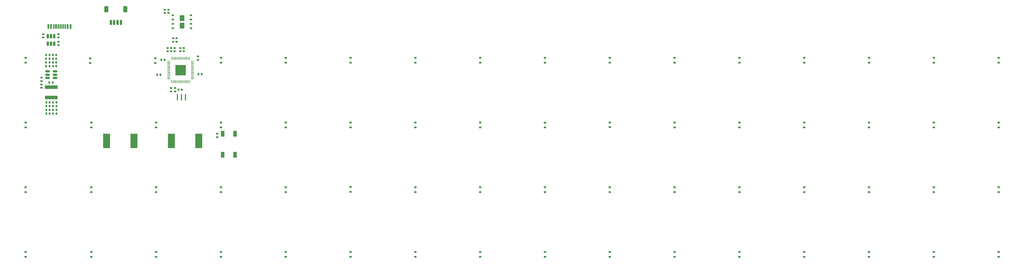
<source format=gbr>
%TF.GenerationSoftware,KiCad,Pcbnew,7.0.2*%
%TF.CreationDate,2023-09-13T20:03:04-04:00*%
%TF.ProjectId,QuicksilverStorm,51756963-6b73-4696-9c76-657253746f72,Mark 2 Rev F*%
%TF.SameCoordinates,Original*%
%TF.FileFunction,Paste,Bot*%
%TF.FilePolarity,Positive*%
%FSLAX46Y46*%
G04 Gerber Fmt 4.6, Leading zero omitted, Abs format (unit mm)*
G04 Created by KiCad (PCBNEW 7.0.2) date 2023-09-13 20:03:04*
%MOMM*%
%LPD*%
G01*
G04 APERTURE LIST*
G04 Aperture macros list*
%AMRoundRect*
0 Rectangle with rounded corners*
0 $1 Rounding radius*
0 $2 $3 $4 $5 $6 $7 $8 $9 X,Y pos of 4 corners*
0 Add a 4 corners polygon primitive as box body*
4,1,4,$2,$3,$4,$5,$6,$7,$8,$9,$2,$3,0*
0 Add four circle primitives for the rounded corners*
1,1,$1+$1,$2,$3*
1,1,$1+$1,$4,$5*
1,1,$1+$1,$6,$7*
1,1,$1+$1,$8,$9*
0 Add four rect primitives between the rounded corners*
20,1,$1+$1,$2,$3,$4,$5,0*
20,1,$1+$1,$4,$5,$6,$7,0*
20,1,$1+$1,$6,$7,$8,$9,0*
20,1,$1+$1,$8,$9,$2,$3,0*%
G04 Aperture macros list end*
%ADD10RoundRect,0.147500X0.172500X-0.147500X0.172500X0.147500X-0.172500X0.147500X-0.172500X-0.147500X0*%
%ADD11RoundRect,0.147500X-0.172500X0.147500X-0.172500X-0.147500X0.172500X-0.147500X0.172500X0.147500X0*%
%ADD12RoundRect,0.147500X-0.147500X-0.172500X0.147500X-0.172500X0.147500X0.172500X-0.147500X0.172500X0*%
%ADD13RoundRect,0.250000X0.292217X0.292217X-0.292217X0.292217X-0.292217X-0.292217X0.292217X-0.292217X0*%
%ADD14RoundRect,0.050000X0.387500X0.050000X-0.387500X0.050000X-0.387500X-0.050000X0.387500X-0.050000X0*%
%ADD15RoundRect,0.050000X0.050000X0.387500X-0.050000X0.387500X-0.050000X-0.387500X0.050000X-0.387500X0*%
%ADD16R,3.050000X3.050000*%
%ADD17R,0.700000X0.600000*%
%ADD18RoundRect,0.147500X0.147500X0.172500X-0.147500X0.172500X-0.147500X-0.172500X0.147500X-0.172500X0*%
%ADD19R,0.600000X1.450000*%
%ADD20R,0.300000X1.450000*%
%ADD21R,2.000000X4.200000*%
%ADD22RoundRect,0.150000X-0.150000X-0.625000X0.150000X-0.625000X0.150000X0.625000X-0.150000X0.625000X0*%
%ADD23RoundRect,0.250000X-0.350000X-0.650000X0.350000X-0.650000X0.350000X0.650000X-0.350000X0.650000X0*%
%ADD24RoundRect,0.250000X0.435000X0.615000X-0.435000X0.615000X-0.435000X-0.615000X0.435000X-0.615000X0*%
%ADD25RoundRect,0.125000X0.250000X0.125000X-0.250000X0.125000X-0.250000X-0.125000X0.250000X-0.125000X0*%
%ADD26R,3.700000X1.100000*%
%ADD27R,0.400000X1.900000*%
%ADD28RoundRect,0.150000X-0.512500X-0.150000X0.512500X-0.150000X0.512500X0.150000X-0.512500X0.150000X0*%
%ADD29RoundRect,0.150000X0.150000X-0.512500X0.150000X0.512500X-0.150000X0.512500X-0.150000X-0.512500X0*%
%ADD30R,1.100000X1.800000*%
G04 APERTURE END LIST*
D10*
%TO.C,C1*%
X83693000Y-84940000D03*
X83693000Y-83970000D03*
%TD*%
D11*
%TO.C,C2*%
X84836000Y-95781000D03*
X84836000Y-96751000D03*
%TD*%
D12*
%TO.C,C3*%
X91733750Y-91712500D03*
X92703750Y-91712500D03*
%TD*%
D10*
%TO.C,C6*%
X91568750Y-87472500D03*
X91568750Y-86502500D03*
%TD*%
%TO.C,C8*%
X86368750Y-84937500D03*
X86368750Y-83967500D03*
%TD*%
D13*
%TO.C,U0*%
X87124500Y-91125000D03*
X87124500Y-89850000D03*
X85849500Y-91125000D03*
X85849500Y-89850000D03*
D14*
X89924500Y-87887500D03*
X89924500Y-88287500D03*
X89924500Y-88687500D03*
X89924500Y-89087500D03*
X89924500Y-89487500D03*
X89924500Y-89887500D03*
X89924500Y-90287500D03*
X89924500Y-90687500D03*
X89924500Y-91087500D03*
X89924500Y-91487500D03*
X89924500Y-91887500D03*
X89924500Y-92287500D03*
X89924500Y-92687500D03*
X89924500Y-93087500D03*
D15*
X89087000Y-93925000D03*
X88687000Y-93925000D03*
X88287000Y-93925000D03*
X87887000Y-93925000D03*
X87487000Y-93925000D03*
X87087000Y-93925000D03*
X86687000Y-93925000D03*
X86287000Y-93925000D03*
X85887000Y-93925000D03*
X85487000Y-93925000D03*
X85087000Y-93925000D03*
X84687000Y-93925000D03*
X84287000Y-93925000D03*
X83887000Y-93925000D03*
D14*
X83049500Y-93087500D03*
X83049500Y-92687500D03*
X83049500Y-92287500D03*
X83049500Y-91887500D03*
X83049500Y-91487500D03*
X83049500Y-91087500D03*
X83049500Y-90687500D03*
X83049500Y-90287500D03*
X83049500Y-89887500D03*
X83049500Y-89487500D03*
X83049500Y-89087500D03*
X83049500Y-88687500D03*
X83049500Y-88287500D03*
X83049500Y-87887500D03*
D15*
X83887000Y-87050000D03*
X84287000Y-87050000D03*
X84687000Y-87050000D03*
X85087000Y-87050000D03*
X85487000Y-87050000D03*
X85887000Y-87050000D03*
X86287000Y-87050000D03*
X86687000Y-87050000D03*
X87087000Y-87050000D03*
X87487000Y-87050000D03*
X87887000Y-87050000D03*
X88287000Y-87050000D03*
X88687000Y-87050000D03*
X89087000Y-87050000D03*
D16*
X86487000Y-90487500D03*
%TD*%
D10*
%TO.C,C7*%
X82677000Y-84940000D03*
X82677000Y-83970000D03*
%TD*%
D17*
%TO.C,D1*%
X40918750Y-88287500D03*
X40918750Y-86887500D03*
%TD*%
%TO.C,D2*%
X59918750Y-88437500D03*
X59918750Y-87037500D03*
%TD*%
%TO.C,D3*%
X79068750Y-88387500D03*
X79068750Y-86987500D03*
%TD*%
%TO.C,D4*%
X98318750Y-88287500D03*
X98318750Y-86887500D03*
%TD*%
%TO.C,D5*%
X117368750Y-88287500D03*
X117368750Y-86887500D03*
%TD*%
%TO.C,D6*%
X136418750Y-88287500D03*
X136418750Y-86887500D03*
%TD*%
%TO.C,D7*%
X155468750Y-88287500D03*
X155468750Y-86887500D03*
%TD*%
%TO.C,D8*%
X174518750Y-88287500D03*
X174518750Y-86887500D03*
%TD*%
%TO.C,D9*%
X193568750Y-88287500D03*
X193568750Y-86887500D03*
%TD*%
%TO.C,D10*%
X212618750Y-88287500D03*
X212618750Y-86887500D03*
%TD*%
%TO.C,D11*%
X231668750Y-88287500D03*
X231668750Y-86887500D03*
%TD*%
%TO.C,D12*%
X250718750Y-88287500D03*
X250718750Y-86887500D03*
%TD*%
%TO.C,D13*%
X269768750Y-88287500D03*
X269768750Y-86887500D03*
%TD*%
%TO.C,D14*%
X288818750Y-88287500D03*
X288818750Y-86887500D03*
%TD*%
%TO.C,D15*%
X307868750Y-88287500D03*
X307868750Y-86887500D03*
%TD*%
%TO.C,D16*%
X326918750Y-88287500D03*
X326918750Y-86887500D03*
%TD*%
%TO.C,D17*%
X40918750Y-107337500D03*
X40918750Y-105937500D03*
%TD*%
%TO.C,D18*%
X60218750Y-107337500D03*
X60218750Y-105937500D03*
%TD*%
%TO.C,D19*%
X79268750Y-107337500D03*
X79268750Y-105937500D03*
%TD*%
%TO.C,D20*%
X98318750Y-107337500D03*
X98318750Y-105937500D03*
%TD*%
%TO.C,D21*%
X117368750Y-107337500D03*
X117368750Y-105937500D03*
%TD*%
%TO.C,D22*%
X136418750Y-107337500D03*
X136418750Y-105937500D03*
%TD*%
%TO.C,D23*%
X155468750Y-107337500D03*
X155468750Y-105937500D03*
%TD*%
%TO.C,D24*%
X174518750Y-107337500D03*
X174518750Y-105937500D03*
%TD*%
%TO.C,D25*%
X193568750Y-107400000D03*
X193568750Y-106000000D03*
%TD*%
%TO.C,D26*%
X212618750Y-107325000D03*
X212618750Y-105925000D03*
%TD*%
%TO.C,D27*%
X231668750Y-107337500D03*
X231668750Y-105937500D03*
%TD*%
%TO.C,D28*%
X250718750Y-107337500D03*
X250718750Y-105937500D03*
%TD*%
%TO.C,D29*%
X269768750Y-107337500D03*
X269768750Y-105937500D03*
%TD*%
%TO.C,D30*%
X288818750Y-107337500D03*
X288818750Y-105937500D03*
%TD*%
%TO.C,D31*%
X307868750Y-107337500D03*
X307868750Y-105937500D03*
%TD*%
%TO.C,D32*%
X326918750Y-107337500D03*
X326918750Y-105937500D03*
%TD*%
%TO.C,D33*%
X40918750Y-126387500D03*
X40918750Y-124987500D03*
%TD*%
%TO.C,D34*%
X60218750Y-126387500D03*
X60218750Y-124987500D03*
%TD*%
%TO.C,D35*%
X79268750Y-126387500D03*
X79268750Y-124987500D03*
%TD*%
%TO.C,D36*%
X98318750Y-126387500D03*
X98318750Y-124987500D03*
%TD*%
%TO.C,D37*%
X117368750Y-126387500D03*
X117368750Y-124987500D03*
%TD*%
%TO.C,D38*%
X136418750Y-126337500D03*
X136418750Y-124937500D03*
%TD*%
%TO.C,D39*%
X155468750Y-126387500D03*
X155468750Y-124987500D03*
%TD*%
%TO.C,D40*%
X174518750Y-126387500D03*
X174518750Y-124987500D03*
%TD*%
%TO.C,D41*%
X193568750Y-126387500D03*
X193568750Y-124987500D03*
%TD*%
%TO.C,D42*%
X212618750Y-126387500D03*
X212618750Y-124987500D03*
%TD*%
%TO.C,D43*%
X231668750Y-126387500D03*
X231668750Y-124987500D03*
%TD*%
%TO.C,D44*%
X250718750Y-126387500D03*
X250718750Y-124987500D03*
%TD*%
%TO.C,D45*%
X269768750Y-126387500D03*
X269768750Y-124987500D03*
%TD*%
%TO.C,D46*%
X288818750Y-126387500D03*
X288818750Y-124987500D03*
%TD*%
%TO.C,D47*%
X307868750Y-126387500D03*
X307868750Y-124987500D03*
%TD*%
%TO.C,D48*%
X326918750Y-126387500D03*
X326918750Y-124987500D03*
%TD*%
%TO.C,D49*%
X40918750Y-145437500D03*
X40918750Y-144037500D03*
%TD*%
%TO.C,D50*%
X60218750Y-145437500D03*
X60218750Y-144037500D03*
%TD*%
%TO.C,D51*%
X79268750Y-145437500D03*
X79268750Y-144037500D03*
%TD*%
%TO.C,D52*%
X98318750Y-145437500D03*
X98318750Y-144037500D03*
%TD*%
%TO.C,D53*%
X117368750Y-145437500D03*
X117368750Y-144037500D03*
%TD*%
%TO.C,D54*%
X136418750Y-145437500D03*
X136418750Y-144037500D03*
%TD*%
%TO.C,D55*%
X155468750Y-145437500D03*
X155468750Y-144037500D03*
%TD*%
%TO.C,D56*%
X174518750Y-145437500D03*
X174518750Y-144037500D03*
%TD*%
%TO.C,D57*%
X193568750Y-145437500D03*
X193568750Y-144037500D03*
%TD*%
%TO.C,D58*%
X212618750Y-145437500D03*
X212618750Y-144037500D03*
%TD*%
%TO.C,D59*%
X231668750Y-145437500D03*
X231668750Y-144037500D03*
%TD*%
%TO.C,D60*%
X250718750Y-145437500D03*
X250718750Y-144037500D03*
%TD*%
%TO.C,D61*%
X269768750Y-145437500D03*
X269768750Y-144037500D03*
%TD*%
%TO.C,D62*%
X288818750Y-145437500D03*
X288818750Y-144037500D03*
%TD*%
%TO.C,D63*%
X307868750Y-145437500D03*
X307868750Y-144037500D03*
%TD*%
%TO.C,D64*%
X326918750Y-145437500D03*
X326918750Y-144037500D03*
%TD*%
D10*
%TO.C,RC2*%
X50618750Y-80892500D03*
X50618750Y-79922500D03*
%TD*%
D11*
%TO.C,RC1*%
X46118750Y-79902500D03*
X46118750Y-80872500D03*
%TD*%
%TO.C,RD1*%
X85268750Y-81152500D03*
X85268750Y-82122500D03*
%TD*%
D10*
%TO.C,F0*%
X50618750Y-83122500D03*
X50618750Y-82152500D03*
%TD*%
D18*
%TO.C,C4*%
X80588750Y-91837500D03*
X79618750Y-91837500D03*
%TD*%
D19*
%TO.C,J0*%
X47618750Y-77682500D03*
X48418750Y-77682500D03*
D20*
X49618750Y-77682500D03*
X50618750Y-77682500D03*
X51118750Y-77682500D03*
X52118750Y-77682500D03*
D19*
X53318750Y-77682500D03*
X54118750Y-77682500D03*
X54118750Y-77682500D03*
X53318750Y-77682500D03*
D20*
X52618750Y-77682500D03*
X51618750Y-77682500D03*
X50118750Y-77682500D03*
X49118750Y-77682500D03*
D19*
X48418750Y-77682500D03*
X47618750Y-77682500D03*
%TD*%
D18*
%TO.C,C5*%
X81753750Y-87503000D03*
X80783750Y-87503000D03*
%TD*%
D21*
%TO.C,TX0*%
X72768750Y-111337500D03*
X64768750Y-111337500D03*
%TD*%
%TO.C,TX1*%
X83818750Y-111337500D03*
X91818750Y-111337500D03*
%TD*%
D12*
%TO.C,CP5*%
X46968750Y-86037500D03*
X47938750Y-86037500D03*
%TD*%
D10*
%TO.C,CF1*%
X82926750Y-73702000D03*
X82926750Y-72732000D03*
%TD*%
D22*
%TO.C,J1*%
X65968750Y-76437500D03*
X66968750Y-76437500D03*
X67968750Y-76437500D03*
X68968750Y-76437500D03*
D23*
X64668750Y-72562500D03*
X70268750Y-72562500D03*
%TD*%
D12*
%TO.C,CP8*%
X48998750Y-100037500D03*
X49968750Y-100037500D03*
%TD*%
D18*
%TO.C,CP10*%
X49938750Y-87137500D03*
X48968750Y-87137500D03*
%TD*%
D11*
%TO.C,C10*%
X83693000Y-95781000D03*
X83693000Y-96751000D03*
%TD*%
D10*
%TO.C,C11*%
X84709000Y-84940000D03*
X84709000Y-83970000D03*
%TD*%
D24*
%TO.C,U3*%
X86868750Y-77366900D03*
X86868750Y-75216900D03*
D25*
X89568750Y-74386900D03*
X89568750Y-75656900D03*
X89568750Y-76926900D03*
X89568750Y-78196900D03*
X84168750Y-78196900D03*
X84168750Y-76926900D03*
X84168750Y-75656900D03*
X84168750Y-74386900D03*
%TD*%
D26*
%TO.C,LP1*%
X48468750Y-95537500D03*
X48468750Y-98537500D03*
%TD*%
D18*
%TO.C,CP13*%
X49938750Y-89337500D03*
X48968750Y-89337500D03*
%TD*%
%TO.C,CP17*%
X47968750Y-101137500D03*
X46998750Y-101137500D03*
%TD*%
D27*
%TO.C,Y0*%
X87968000Y-98479000D03*
X86768000Y-98479000D03*
X85568000Y-98479000D03*
%TD*%
D28*
%TO.C,U1*%
X47331250Y-92787500D03*
X47331250Y-91837500D03*
X47331250Y-90887500D03*
X49606250Y-90887500D03*
X49606250Y-91837500D03*
X49606250Y-92787500D03*
%TD*%
D18*
%TO.C,CP9*%
X47968750Y-103337500D03*
X46998750Y-103337500D03*
%TD*%
D10*
%TO.C,RP2*%
X45568750Y-93722500D03*
X45568750Y-92752500D03*
%TD*%
D12*
%TO.C,CP1*%
X47883750Y-94137500D03*
X48853750Y-94137500D03*
%TD*%
D10*
%TO.C,RR1*%
X97214650Y-110225100D03*
X97214650Y-109255100D03*
%TD*%
D12*
%TO.C,CP6*%
X48998750Y-102237500D03*
X49968750Y-102237500D03*
%TD*%
D18*
%TO.C,CP15*%
X47968750Y-100037500D03*
X46998750Y-100037500D03*
%TD*%
D12*
%TO.C,CP4*%
X46968750Y-87137500D03*
X47938750Y-87137500D03*
%TD*%
D18*
%TO.C,CP12*%
X49938750Y-88237500D03*
X48968750Y-88237500D03*
%TD*%
D29*
%TO.C,U2*%
X49318750Y-82775000D03*
X48368750Y-82775000D03*
X47418750Y-82775000D03*
X47418750Y-80500000D03*
X48368750Y-80500000D03*
X49318750Y-80500000D03*
%TD*%
D10*
%TO.C,RF2*%
X81843750Y-73702000D03*
X81843750Y-72732000D03*
%TD*%
D18*
%TO.C,CP11*%
X49938750Y-86037500D03*
X48968750Y-86037500D03*
%TD*%
D10*
%TO.C,RP1*%
X45568750Y-95722500D03*
X45568750Y-94752500D03*
%TD*%
D11*
%TO.C,RD0*%
X84268750Y-81152500D03*
X84268750Y-82122500D03*
%TD*%
D12*
%TO.C,CP14*%
X48998750Y-103337500D03*
X49968750Y-103337500D03*
%TD*%
D18*
%TO.C,CP16*%
X47968750Y-102237500D03*
X46998750Y-102237500D03*
%TD*%
D12*
%TO.C,CP7*%
X48998750Y-101137500D03*
X49968750Y-101137500D03*
%TD*%
D30*
%TO.C,S1*%
X102518750Y-115437500D03*
X102518750Y-109237500D03*
X98818750Y-115437500D03*
X98818750Y-109237500D03*
%TD*%
D10*
%TO.C,C9*%
X87384750Y-84937500D03*
X87384750Y-83967500D03*
%TD*%
D12*
%TO.C,CP3*%
X46968750Y-88237500D03*
X47938750Y-88237500D03*
%TD*%
%TO.C,CP2*%
X46968750Y-89337500D03*
X47938750Y-89337500D03*
%TD*%
D18*
%TO.C,RX1*%
X86845000Y-96266000D03*
X85875000Y-96266000D03*
%TD*%
M02*

</source>
